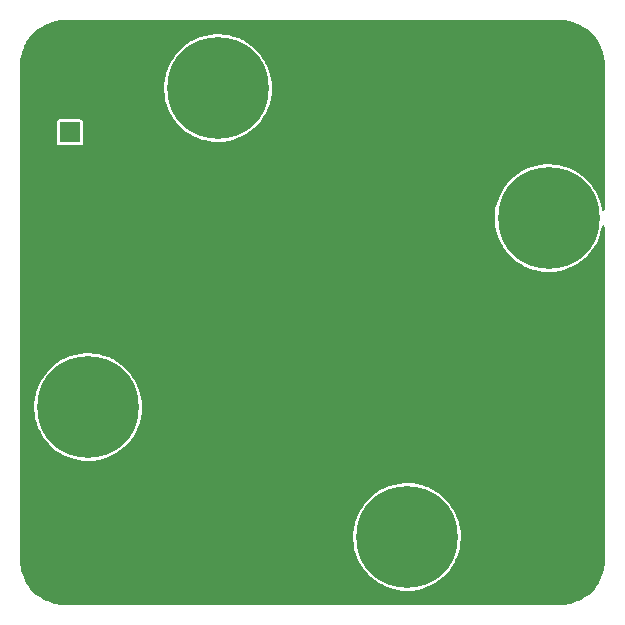
<source format=gbr>
%TF.GenerationSoftware,KiCad,Pcbnew,(6.0.0-rc1-29-g9238b27f63)*%
%TF.CreationDate,2021-12-03T12:51:39+01:00*%
%TF.ProjectId,robolympics_power,726f626f-6c79-46d7-9069-63735f706f77,rev?*%
%TF.SameCoordinates,Original*%
%TF.FileFunction,Copper,L1,Top*%
%TF.FilePolarity,Positive*%
%FSLAX46Y46*%
G04 Gerber Fmt 4.6, Leading zero omitted, Abs format (unit mm)*
G04 Created by KiCad (PCBNEW (6.0.0-rc1-29-g9238b27f63)) date 2021-12-03 12:51:39*
%MOMM*%
%LPD*%
G01*
G04 APERTURE LIST*
%TA.AperFunction,ComponentPad*%
%ADD10R,1.700000X1.700000*%
%TD*%
%TA.AperFunction,ComponentPad*%
%ADD11O,1.700000X1.700000*%
%TD*%
%TA.AperFunction,ComponentPad*%
%ADD12C,5.600000*%
%TD*%
%TA.AperFunction,ComponentPad*%
%ADD13C,0.900000*%
%TD*%
%TA.AperFunction,ComponentPad*%
%ADD14C,8.600000*%
%TD*%
G04 APERTURE END LIST*
D10*
%TO.P,J1,1,Pin_1*%
%TO.N,Net-(J1-Pad1)*%
X154475000Y-84750000D03*
D11*
%TO.P,J1,2,Pin_2*%
%TO.N,GND*%
X157015000Y-84750000D03*
%TD*%
D12*
%TO.P,H10,1,1*%
%TO.N,GND*%
X154000000Y-79000000D03*
%TD*%
D13*
%TO.P,H3,1,1*%
%TO.N,GND*%
X180719581Y-83280419D03*
X183000000Y-84225000D03*
X179775000Y-81000000D03*
X180719581Y-78719581D03*
D14*
X183000000Y-81000000D03*
D13*
X185280419Y-78719581D03*
X183000000Y-77775000D03*
X186225000Y-81000000D03*
X185280419Y-83280419D03*
%TD*%
%TO.P,H4,1,1*%
%TO.N,V_PWR*%
X164719581Y-83280419D03*
X170225000Y-81000000D03*
X163775000Y-81000000D03*
X169280419Y-83280419D03*
X164719581Y-78719581D03*
X167000000Y-77775000D03*
X169280419Y-78719581D03*
D14*
X167000000Y-81000000D03*
D13*
X167000000Y-84225000D03*
%TD*%
D12*
%TO.P,H12,1,1*%
%TO.N,GND*%
X196000000Y-79000000D03*
%TD*%
D13*
%TO.P,H8,1,1*%
%TO.N,V_PWR*%
X179775000Y-119000000D03*
X183000000Y-122225000D03*
X185280419Y-121280419D03*
X183000000Y-115775000D03*
X186225000Y-119000000D03*
X180719581Y-121280419D03*
D14*
X183000000Y-119000000D03*
D13*
X180719581Y-116719581D03*
X185280419Y-116719581D03*
%TD*%
%TO.P,H5,1,1*%
%TO.N,GND*%
X197280419Y-110280419D03*
X198225000Y-108000000D03*
X195000000Y-104775000D03*
X197280419Y-105719581D03*
X191775000Y-108000000D03*
D14*
X195000000Y-108000000D03*
D13*
X192719581Y-105719581D03*
X195000000Y-111225000D03*
X192719581Y-110280419D03*
%TD*%
D12*
%TO.P,H11,1,1*%
%TO.N,GND*%
X154000000Y-121000000D03*
%TD*%
D13*
%TO.P,H6,1,1*%
%TO.N,V_BAT*%
X159225000Y-108000000D03*
X156000000Y-111225000D03*
X152775000Y-108000000D03*
X158280419Y-110280419D03*
X153719581Y-110280419D03*
X158280419Y-105719581D03*
D14*
X156000000Y-108000000D03*
D13*
X153719581Y-105719581D03*
X156000000Y-104775000D03*
%TD*%
D12*
%TO.P,H9,1,1*%
%TO.N,GND*%
X196000000Y-121000000D03*
%TD*%
D13*
%TO.P,H2,1,1*%
%TO.N,V_PWR*%
X198225000Y-92000000D03*
X192719581Y-94280419D03*
X192719581Y-89719581D03*
X197280419Y-89719581D03*
X195000000Y-88775000D03*
X197280419Y-94280419D03*
X195000000Y-95225000D03*
D14*
X195000000Y-92000000D03*
D13*
X191775000Y-92000000D03*
%TD*%
%TO.P,H1,1,1*%
%TO.N,GND*%
X158280419Y-94280419D03*
X158280419Y-89719581D03*
X152775000Y-92000000D03*
X156000000Y-95225000D03*
D14*
X156000000Y-92000000D03*
D13*
X153719581Y-89719581D03*
X156000000Y-88775000D03*
X153719581Y-94280419D03*
X159225000Y-92000000D03*
%TD*%
%TO.P,H7,1,1*%
%TO.N,GND*%
X169280419Y-116719581D03*
X163775000Y-119000000D03*
X170225000Y-119000000D03*
X169280419Y-121280419D03*
X167000000Y-115775000D03*
X167000000Y-122225000D03*
D14*
X167000000Y-119000000D03*
D13*
X164719581Y-121280419D03*
X164719581Y-116719581D03*
%TD*%
%TA.AperFunction,Conductor*%
%TO.N,GND*%
G36*
X195987153Y-75256421D02*
G01*
X196000000Y-75258976D01*
X196012170Y-75256556D01*
X196024581Y-75256556D01*
X196024581Y-75256560D01*
X196035584Y-75255749D01*
X196246485Y-75266109D01*
X196360994Y-75271735D01*
X196373290Y-75272945D01*
X196724684Y-75325070D01*
X196736805Y-75327480D01*
X196839577Y-75353223D01*
X197081400Y-75413798D01*
X197093232Y-75417387D01*
X197427704Y-75537062D01*
X197439128Y-75541794D01*
X197760258Y-75693677D01*
X197771163Y-75699506D01*
X198075860Y-75882135D01*
X198086141Y-75889005D01*
X198371465Y-76100616D01*
X198381023Y-76108460D01*
X198644235Y-76347021D01*
X198652979Y-76355765D01*
X198891540Y-76618977D01*
X198899384Y-76628535D01*
X199110995Y-76913859D01*
X199117865Y-76924140D01*
X199139900Y-76960903D01*
X199262899Y-77166113D01*
X199300494Y-77228837D01*
X199306323Y-77239742D01*
X199458206Y-77560872D01*
X199462938Y-77572296D01*
X199582613Y-77906768D01*
X199586202Y-77918600D01*
X199630076Y-78093751D01*
X199661073Y-78217495D01*
X199672519Y-78263191D01*
X199674930Y-78275316D01*
X199724142Y-78607071D01*
X199727054Y-78626705D01*
X199728266Y-78639011D01*
X199744251Y-78964416D01*
X199743440Y-78975419D01*
X199743444Y-78975419D01*
X199743444Y-78987830D01*
X199741024Y-79000000D01*
X199743579Y-79012844D01*
X199746000Y-79037425D01*
X199746000Y-91237996D01*
X199725998Y-91306117D01*
X199672342Y-91352610D01*
X199602068Y-91362714D01*
X199537488Y-91333220D01*
X199499104Y-91273494D01*
X199495166Y-91255096D01*
X199484848Y-91179774D01*
X199484461Y-91176947D01*
X199427613Y-90930707D01*
X199392054Y-90776685D01*
X199392053Y-90776683D01*
X199391410Y-90773896D01*
X199262211Y-90380938D01*
X199261080Y-90378323D01*
X199261076Y-90378314D01*
X199159236Y-90142977D01*
X199097930Y-90001306D01*
X198899918Y-89638126D01*
X198758276Y-89426543D01*
X198671397Y-89296764D01*
X198671389Y-89296753D01*
X198669805Y-89294387D01*
X198409484Y-88972918D01*
X198121100Y-88676366D01*
X198118942Y-88674516D01*
X198118932Y-88674507D01*
X197809199Y-88409034D01*
X197809194Y-88409030D01*
X197807025Y-88407171D01*
X197804694Y-88405514D01*
X197804687Y-88405509D01*
X197472181Y-88169210D01*
X197472179Y-88169209D01*
X197469845Y-88167550D01*
X197241001Y-88034359D01*
X197114792Y-87960903D01*
X197114785Y-87960899D01*
X197112336Y-87959474D01*
X197033296Y-87922617D01*
X196740035Y-87785867D01*
X196740025Y-87785863D01*
X196737439Y-87784657D01*
X196734742Y-87783686D01*
X196350931Y-87645505D01*
X196350922Y-87645502D01*
X196348241Y-87644537D01*
X196083215Y-87575503D01*
X195950714Y-87540989D01*
X195950708Y-87540988D01*
X195947945Y-87540268D01*
X195539847Y-87472708D01*
X195537004Y-87472499D01*
X195537002Y-87472499D01*
X195130151Y-87442622D01*
X195127305Y-87442413D01*
X194955690Y-87445408D01*
X194716566Y-87449582D01*
X194716561Y-87449582D01*
X194713715Y-87449632D01*
X194710882Y-87449940D01*
X194710878Y-87449940D01*
X194377391Y-87486168D01*
X194302482Y-87494306D01*
X193896990Y-87576068D01*
X193500577Y-87694243D01*
X193116506Y-87847861D01*
X193113959Y-87849159D01*
X192750482Y-88034359D01*
X192750477Y-88034362D01*
X192747939Y-88035655D01*
X192397909Y-88256081D01*
X192069297Y-88507324D01*
X191764808Y-88787315D01*
X191486949Y-89093751D01*
X191238006Y-89424109D01*
X191236497Y-89426543D01*
X191106786Y-89635747D01*
X191020030Y-89775670D01*
X190834813Y-90145539D01*
X190683880Y-90530673D01*
X190683088Y-90533400D01*
X190683084Y-90533411D01*
X190614010Y-90771167D01*
X190568475Y-90927901D01*
X190489546Y-91333954D01*
X190447744Y-91745489D01*
X190443412Y-92159120D01*
X190476587Y-92571440D01*
X190546995Y-92979057D01*
X190547737Y-92981825D01*
X190637018Y-93315027D01*
X190654056Y-93378615D01*
X190796889Y-93766825D01*
X190798111Y-93769398D01*
X190798112Y-93769401D01*
X190973091Y-94137904D01*
X190974320Y-94140492D01*
X191092755Y-94340756D01*
X191151771Y-94440546D01*
X191184886Y-94496541D01*
X191186548Y-94498845D01*
X191186549Y-94498847D01*
X191390676Y-94781875D01*
X191426855Y-94832039D01*
X191698236Y-95144227D01*
X191996794Y-95430534D01*
X192320072Y-95688604D01*
X192665410Y-95916312D01*
X193029963Y-96111784D01*
X193032602Y-96112904D01*
X193357477Y-96250805D01*
X193410733Y-96273411D01*
X193413471Y-96274290D01*
X193801858Y-96398987D01*
X193801862Y-96398988D01*
X193804584Y-96399862D01*
X193807374Y-96400486D01*
X193807379Y-96400487D01*
X193943351Y-96430880D01*
X194208275Y-96490098D01*
X194618482Y-96543375D01*
X195031830Y-96559254D01*
X195034692Y-96559104D01*
X195034693Y-96559104D01*
X195442060Y-96537755D01*
X195442067Y-96537754D01*
X195444916Y-96537605D01*
X195447739Y-96537198D01*
X195447741Y-96537198D01*
X195851518Y-96479013D01*
X195851525Y-96479012D01*
X195854340Y-96478606D01*
X196256731Y-96382743D01*
X196259429Y-96381835D01*
X196259436Y-96381833D01*
X196646066Y-96251718D01*
X196646072Y-96251716D01*
X196648778Y-96250805D01*
X197027254Y-96083877D01*
X197389043Y-95883334D01*
X197391415Y-95881722D01*
X197728800Y-95652436D01*
X197728806Y-95652432D01*
X197731167Y-95650827D01*
X198050811Y-95388269D01*
X198345342Y-95097821D01*
X198612338Y-94781875D01*
X198849599Y-94443030D01*
X199055174Y-94084076D01*
X199227370Y-93707968D01*
X199364769Y-93317801D01*
X199466241Y-92916788D01*
X199495551Y-92731733D01*
X199525964Y-92667580D01*
X199586232Y-92630053D01*
X199657221Y-92631067D01*
X199716393Y-92670300D01*
X199744961Y-92735295D01*
X199746000Y-92751444D01*
X199746000Y-120962575D01*
X199743579Y-120987153D01*
X199741024Y-121000000D01*
X199743444Y-121012170D01*
X199743444Y-121024581D01*
X199743440Y-121024581D01*
X199744251Y-121035584D01*
X199728266Y-121360989D01*
X199727055Y-121373290D01*
X199709135Y-121494095D01*
X199674931Y-121724681D01*
X199672520Y-121736805D01*
X199660682Y-121784064D01*
X199586202Y-122081400D01*
X199582613Y-122093232D01*
X199462938Y-122427704D01*
X199458206Y-122439128D01*
X199341057Y-122686820D01*
X199306323Y-122760258D01*
X199300496Y-122771158D01*
X199224353Y-122898196D01*
X199117865Y-123075860D01*
X199110995Y-123086141D01*
X198899384Y-123371465D01*
X198891540Y-123381023D01*
X198652979Y-123644235D01*
X198644235Y-123652979D01*
X198381023Y-123891540D01*
X198371465Y-123899384D01*
X198086141Y-124110995D01*
X198075860Y-124117865D01*
X197771163Y-124300494D01*
X197760258Y-124306323D01*
X197439128Y-124458206D01*
X197427704Y-124462938D01*
X197093232Y-124582613D01*
X197081400Y-124586202D01*
X196839577Y-124646777D01*
X196736805Y-124672520D01*
X196724684Y-124674930D01*
X196373290Y-124727055D01*
X196360994Y-124728265D01*
X196246485Y-124733891D01*
X196035584Y-124744251D01*
X196024581Y-124743440D01*
X196024581Y-124743444D01*
X196012170Y-124743444D01*
X196000000Y-124741024D01*
X195987153Y-124743579D01*
X195962575Y-124746000D01*
X154037425Y-124746000D01*
X154012847Y-124743579D01*
X154000000Y-124741024D01*
X153987830Y-124743444D01*
X153975419Y-124743444D01*
X153975419Y-124743440D01*
X153964416Y-124744251D01*
X153753515Y-124733891D01*
X153639006Y-124728265D01*
X153626710Y-124727055D01*
X153275316Y-124674930D01*
X153263195Y-124672520D01*
X153160423Y-124646777D01*
X152918600Y-124586202D01*
X152906768Y-124582613D01*
X152572296Y-124462938D01*
X152560872Y-124458206D01*
X152239742Y-124306323D01*
X152228837Y-124300494D01*
X151924140Y-124117865D01*
X151913859Y-124110995D01*
X151628535Y-123899384D01*
X151618977Y-123891540D01*
X151355765Y-123652979D01*
X151347021Y-123644235D01*
X151108460Y-123381023D01*
X151100616Y-123371465D01*
X150889005Y-123086141D01*
X150882135Y-123075860D01*
X150775647Y-122898196D01*
X150699504Y-122771158D01*
X150693677Y-122760258D01*
X150658944Y-122686820D01*
X150541794Y-122439128D01*
X150537062Y-122427704D01*
X150417387Y-122093232D01*
X150413798Y-122081400D01*
X150339318Y-121784064D01*
X150327480Y-121736805D01*
X150325069Y-121724681D01*
X150290865Y-121494095D01*
X150272945Y-121373290D01*
X150271734Y-121360989D01*
X150255749Y-121035584D01*
X150256560Y-121024581D01*
X150256556Y-121024581D01*
X150256556Y-121012170D01*
X150258976Y-121000000D01*
X150256421Y-120987153D01*
X150254000Y-120962575D01*
X150254000Y-119159120D01*
X178443412Y-119159120D01*
X178476587Y-119571440D01*
X178546995Y-119979057D01*
X178547737Y-119981825D01*
X178637018Y-120315027D01*
X178654056Y-120378615D01*
X178796889Y-120766825D01*
X178798111Y-120769398D01*
X178798112Y-120769401D01*
X178973091Y-121137904D01*
X178974320Y-121140492D01*
X179092755Y-121340756D01*
X179151771Y-121440546D01*
X179184886Y-121496541D01*
X179186548Y-121498845D01*
X179186549Y-121498847D01*
X179390676Y-121781875D01*
X179426855Y-121832039D01*
X179698236Y-122144227D01*
X179996794Y-122430534D01*
X180320072Y-122688604D01*
X180665410Y-122916312D01*
X181029963Y-123111784D01*
X181032602Y-123112904D01*
X181357477Y-123250805D01*
X181410733Y-123273411D01*
X181413471Y-123274290D01*
X181801858Y-123398987D01*
X181801862Y-123398988D01*
X181804584Y-123399862D01*
X181807374Y-123400486D01*
X181807379Y-123400487D01*
X181943351Y-123430880D01*
X182208275Y-123490098D01*
X182618482Y-123543375D01*
X183031830Y-123559254D01*
X183034692Y-123559104D01*
X183034693Y-123559104D01*
X183442060Y-123537755D01*
X183442067Y-123537754D01*
X183444916Y-123537605D01*
X183447739Y-123537198D01*
X183447741Y-123537198D01*
X183851518Y-123479013D01*
X183851525Y-123479012D01*
X183854340Y-123478606D01*
X184256731Y-123382743D01*
X184259429Y-123381835D01*
X184259436Y-123381833D01*
X184646066Y-123251718D01*
X184646072Y-123251716D01*
X184648778Y-123250805D01*
X185027254Y-123083877D01*
X185389043Y-122883334D01*
X185570144Y-122760258D01*
X185728800Y-122652436D01*
X185728806Y-122652432D01*
X185731167Y-122650827D01*
X186050811Y-122388269D01*
X186345342Y-122097821D01*
X186612338Y-121781875D01*
X186849599Y-121443030D01*
X186893044Y-121367172D01*
X187053752Y-121086559D01*
X187055174Y-121084076D01*
X187099239Y-120987831D01*
X187226181Y-120710565D01*
X187227370Y-120707968D01*
X187364769Y-120317801D01*
X187466241Y-119916788D01*
X187530951Y-119508228D01*
X187553949Y-119161968D01*
X187558249Y-119097235D01*
X187558249Y-119097224D01*
X187558365Y-119095484D01*
X187559365Y-119000000D01*
X187540600Y-118586773D01*
X187484461Y-118176947D01*
X187427613Y-117930707D01*
X187392054Y-117776685D01*
X187392053Y-117776683D01*
X187391410Y-117773896D01*
X187262211Y-117380938D01*
X187261080Y-117378323D01*
X187261076Y-117378314D01*
X187159236Y-117142977D01*
X187097930Y-117001306D01*
X186899918Y-116638126D01*
X186758276Y-116426543D01*
X186671397Y-116296764D01*
X186671389Y-116296753D01*
X186669805Y-116294387D01*
X186409484Y-115972918D01*
X186121100Y-115676366D01*
X186118942Y-115674516D01*
X186118932Y-115674507D01*
X185809199Y-115409034D01*
X185809194Y-115409030D01*
X185807025Y-115407171D01*
X185804694Y-115405514D01*
X185804687Y-115405509D01*
X185472181Y-115169210D01*
X185472179Y-115169209D01*
X185469845Y-115167550D01*
X185241001Y-115034359D01*
X185114792Y-114960903D01*
X185114785Y-114960899D01*
X185112336Y-114959474D01*
X185033296Y-114922617D01*
X184740035Y-114785867D01*
X184740025Y-114785863D01*
X184737439Y-114784657D01*
X184734742Y-114783686D01*
X184350931Y-114645505D01*
X184350922Y-114645502D01*
X184348241Y-114644537D01*
X184083215Y-114575503D01*
X183950714Y-114540989D01*
X183950708Y-114540988D01*
X183947945Y-114540268D01*
X183539847Y-114472708D01*
X183537004Y-114472499D01*
X183537002Y-114472499D01*
X183130151Y-114442622D01*
X183127305Y-114442413D01*
X182955690Y-114445408D01*
X182716566Y-114449582D01*
X182716561Y-114449582D01*
X182713715Y-114449632D01*
X182710882Y-114449940D01*
X182710878Y-114449940D01*
X182377391Y-114486168D01*
X182302482Y-114494306D01*
X181896990Y-114576068D01*
X181500577Y-114694243D01*
X181116506Y-114847861D01*
X181113959Y-114849159D01*
X180750482Y-115034359D01*
X180750477Y-115034362D01*
X180747939Y-115035655D01*
X180397909Y-115256081D01*
X180069297Y-115507324D01*
X179764808Y-115787315D01*
X179486949Y-116093751D01*
X179238006Y-116424109D01*
X179236497Y-116426543D01*
X179106786Y-116635747D01*
X179020030Y-116775670D01*
X178834813Y-117145539D01*
X178683880Y-117530673D01*
X178683088Y-117533400D01*
X178683084Y-117533411D01*
X178614010Y-117771167D01*
X178568475Y-117927901D01*
X178489546Y-118333954D01*
X178447744Y-118745489D01*
X178443412Y-119159120D01*
X150254000Y-119159120D01*
X150254000Y-108159120D01*
X151443412Y-108159120D01*
X151476587Y-108571440D01*
X151546995Y-108979057D01*
X151547737Y-108981825D01*
X151637018Y-109315027D01*
X151654056Y-109378615D01*
X151796889Y-109766825D01*
X151798111Y-109769398D01*
X151798112Y-109769401D01*
X151973091Y-110137904D01*
X151974320Y-110140492D01*
X152092755Y-110340756D01*
X152151771Y-110440546D01*
X152184886Y-110496541D01*
X152186548Y-110498845D01*
X152186549Y-110498847D01*
X152390676Y-110781875D01*
X152426855Y-110832039D01*
X152698236Y-111144227D01*
X152996794Y-111430534D01*
X153320072Y-111688604D01*
X153665410Y-111916312D01*
X154029963Y-112111784D01*
X154032602Y-112112904D01*
X154357477Y-112250805D01*
X154410733Y-112273411D01*
X154413471Y-112274290D01*
X154801858Y-112398987D01*
X154801862Y-112398988D01*
X154804584Y-112399862D01*
X154807374Y-112400486D01*
X154807379Y-112400487D01*
X154943351Y-112430880D01*
X155208275Y-112490098D01*
X155618482Y-112543375D01*
X156031830Y-112559254D01*
X156034692Y-112559104D01*
X156034693Y-112559104D01*
X156442060Y-112537755D01*
X156442067Y-112537754D01*
X156444916Y-112537605D01*
X156447739Y-112537198D01*
X156447741Y-112537198D01*
X156851518Y-112479013D01*
X156851525Y-112479012D01*
X156854340Y-112478606D01*
X157256731Y-112382743D01*
X157259429Y-112381835D01*
X157259436Y-112381833D01*
X157646066Y-112251718D01*
X157646072Y-112251716D01*
X157648778Y-112250805D01*
X158027254Y-112083877D01*
X158389043Y-111883334D01*
X158391415Y-111881722D01*
X158728800Y-111652436D01*
X158728806Y-111652432D01*
X158731167Y-111650827D01*
X159050811Y-111388269D01*
X159345342Y-111097821D01*
X159612338Y-110781875D01*
X159849599Y-110443030D01*
X160055174Y-110084076D01*
X160227370Y-109707968D01*
X160364769Y-109317801D01*
X160466241Y-108916788D01*
X160530951Y-108508228D01*
X160553949Y-108161968D01*
X160558249Y-108097235D01*
X160558249Y-108097224D01*
X160558365Y-108095484D01*
X160559365Y-108000000D01*
X160540600Y-107586773D01*
X160484461Y-107176947D01*
X160427613Y-106930707D01*
X160392054Y-106776685D01*
X160392053Y-106776683D01*
X160391410Y-106773896D01*
X160262211Y-106380938D01*
X160261080Y-106378323D01*
X160261076Y-106378314D01*
X160159236Y-106142977D01*
X160097930Y-106001306D01*
X159899918Y-105638126D01*
X159758276Y-105426543D01*
X159671397Y-105296764D01*
X159671389Y-105296753D01*
X159669805Y-105294387D01*
X159409484Y-104972918D01*
X159121100Y-104676366D01*
X159118942Y-104674516D01*
X159118932Y-104674507D01*
X158809199Y-104409034D01*
X158809194Y-104409030D01*
X158807025Y-104407171D01*
X158804694Y-104405514D01*
X158804687Y-104405509D01*
X158472181Y-104169210D01*
X158472179Y-104169209D01*
X158469845Y-104167550D01*
X158241001Y-104034359D01*
X158114792Y-103960903D01*
X158114785Y-103960899D01*
X158112336Y-103959474D01*
X158033296Y-103922617D01*
X157740035Y-103785867D01*
X157740025Y-103785863D01*
X157737439Y-103784657D01*
X157734742Y-103783686D01*
X157350931Y-103645505D01*
X157350922Y-103645502D01*
X157348241Y-103644537D01*
X157083215Y-103575503D01*
X156950714Y-103540989D01*
X156950708Y-103540988D01*
X156947945Y-103540268D01*
X156539847Y-103472708D01*
X156537004Y-103472499D01*
X156537002Y-103472499D01*
X156130151Y-103442622D01*
X156127305Y-103442413D01*
X155955690Y-103445408D01*
X155716566Y-103449582D01*
X155716561Y-103449582D01*
X155713715Y-103449632D01*
X155710882Y-103449940D01*
X155710878Y-103449940D01*
X155377391Y-103486168D01*
X155302482Y-103494306D01*
X154896990Y-103576068D01*
X154500577Y-103694243D01*
X154116506Y-103847861D01*
X154113959Y-103849159D01*
X153750482Y-104034359D01*
X153750477Y-104034362D01*
X153747939Y-104035655D01*
X153397909Y-104256081D01*
X153069297Y-104507324D01*
X152764808Y-104787315D01*
X152486949Y-105093751D01*
X152238006Y-105424109D01*
X152236497Y-105426543D01*
X152106786Y-105635747D01*
X152020030Y-105775670D01*
X151834813Y-106145539D01*
X151683880Y-106530673D01*
X151683088Y-106533400D01*
X151683084Y-106533411D01*
X151614010Y-106771167D01*
X151568475Y-106927901D01*
X151489546Y-107333954D01*
X151447744Y-107745489D01*
X151443412Y-108159120D01*
X150254000Y-108159120D01*
X150254000Y-83874933D01*
X153370500Y-83874933D01*
X153370501Y-85625066D01*
X153385266Y-85699301D01*
X153441516Y-85783484D01*
X153525699Y-85839734D01*
X153599933Y-85854500D01*
X154474858Y-85854500D01*
X155350066Y-85854499D01*
X155385818Y-85847388D01*
X155412126Y-85842156D01*
X155412128Y-85842155D01*
X155424301Y-85839734D01*
X155434621Y-85832839D01*
X155434622Y-85832838D01*
X155498168Y-85790377D01*
X155508484Y-85783484D01*
X155564734Y-85699301D01*
X155579500Y-85625067D01*
X155579499Y-83874934D01*
X155571397Y-83834199D01*
X155567156Y-83812874D01*
X155567155Y-83812872D01*
X155564734Y-83800699D01*
X155550585Y-83779523D01*
X155515377Y-83726832D01*
X155508484Y-83716516D01*
X155424301Y-83660266D01*
X155350067Y-83645500D01*
X154475142Y-83645500D01*
X153599934Y-83645501D01*
X153564182Y-83652612D01*
X153537874Y-83657844D01*
X153537872Y-83657845D01*
X153525699Y-83660266D01*
X153515379Y-83667161D01*
X153515378Y-83667162D01*
X153454985Y-83707516D01*
X153441516Y-83716516D01*
X153385266Y-83800699D01*
X153370500Y-83874933D01*
X150254000Y-83874933D01*
X150254000Y-81159120D01*
X162443412Y-81159120D01*
X162476587Y-81571440D01*
X162546995Y-81979057D01*
X162547737Y-81981825D01*
X162637018Y-82315027D01*
X162654056Y-82378615D01*
X162796889Y-82766825D01*
X162798111Y-82769398D01*
X162798112Y-82769401D01*
X162973091Y-83137904D01*
X162974320Y-83140492D01*
X163092755Y-83340756D01*
X163151771Y-83440546D01*
X163184886Y-83496541D01*
X163186548Y-83498845D01*
X163186549Y-83498847D01*
X163413033Y-83812874D01*
X163426855Y-83832039D01*
X163698236Y-84144227D01*
X163996794Y-84430534D01*
X164320072Y-84688604D01*
X164665410Y-84916312D01*
X165029963Y-85111784D01*
X165032602Y-85112904D01*
X165357477Y-85250805D01*
X165410733Y-85273411D01*
X165413471Y-85274290D01*
X165801858Y-85398987D01*
X165801862Y-85398988D01*
X165804584Y-85399862D01*
X165807374Y-85400486D01*
X165807379Y-85400487D01*
X165943351Y-85430880D01*
X166208275Y-85490098D01*
X166618482Y-85543375D01*
X167031830Y-85559254D01*
X167034692Y-85559104D01*
X167034693Y-85559104D01*
X167442060Y-85537755D01*
X167442067Y-85537754D01*
X167444916Y-85537605D01*
X167447739Y-85537198D01*
X167447741Y-85537198D01*
X167851518Y-85479013D01*
X167851525Y-85479012D01*
X167854340Y-85478606D01*
X168256731Y-85382743D01*
X168259429Y-85381835D01*
X168259436Y-85381833D01*
X168646066Y-85251718D01*
X168646072Y-85251716D01*
X168648778Y-85250805D01*
X169027254Y-85083877D01*
X169389043Y-84883334D01*
X169391415Y-84881722D01*
X169728800Y-84652436D01*
X169728806Y-84652432D01*
X169731167Y-84650827D01*
X170050811Y-84388269D01*
X170345342Y-84097821D01*
X170612338Y-83781875D01*
X170849599Y-83443030D01*
X171055174Y-83084076D01*
X171227370Y-82707968D01*
X171364769Y-82317801D01*
X171466241Y-81916788D01*
X171530951Y-81508228D01*
X171553949Y-81161968D01*
X171558249Y-81097235D01*
X171558249Y-81097224D01*
X171558365Y-81095484D01*
X171559365Y-81000000D01*
X171540600Y-80586773D01*
X171484461Y-80176947D01*
X171427613Y-79930707D01*
X171392054Y-79776685D01*
X171392053Y-79776683D01*
X171391410Y-79773896D01*
X171262211Y-79380938D01*
X171261080Y-79378323D01*
X171261076Y-79378314D01*
X171113560Y-79037425D01*
X171097930Y-79001306D01*
X170899918Y-78638126D01*
X170758276Y-78426543D01*
X170671397Y-78296764D01*
X170671389Y-78296753D01*
X170669805Y-78294387D01*
X170409484Y-77972918D01*
X170356663Y-77918600D01*
X170123090Y-77678412D01*
X170123086Y-77678408D01*
X170121100Y-77676366D01*
X170118942Y-77674516D01*
X170118932Y-77674507D01*
X169809199Y-77409034D01*
X169809194Y-77409030D01*
X169807025Y-77407171D01*
X169804694Y-77405514D01*
X169804687Y-77405509D01*
X169472181Y-77169210D01*
X169472179Y-77169209D01*
X169469845Y-77167550D01*
X169467376Y-77166113D01*
X169114792Y-76960903D01*
X169114785Y-76960899D01*
X169112336Y-76959474D01*
X169014514Y-76913859D01*
X168740035Y-76785867D01*
X168740025Y-76785863D01*
X168737439Y-76784657D01*
X168663855Y-76758165D01*
X168350931Y-76645505D01*
X168350922Y-76645502D01*
X168348241Y-76644537D01*
X168083215Y-76575503D01*
X167950714Y-76540989D01*
X167950708Y-76540988D01*
X167947945Y-76540268D01*
X167539847Y-76472708D01*
X167537004Y-76472499D01*
X167537002Y-76472499D01*
X167130151Y-76442622D01*
X167127305Y-76442413D01*
X166955690Y-76445408D01*
X166716566Y-76449582D01*
X166716561Y-76449582D01*
X166713715Y-76449632D01*
X166710882Y-76449940D01*
X166710878Y-76449940D01*
X166377391Y-76486168D01*
X166302482Y-76494306D01*
X165896990Y-76576068D01*
X165500577Y-76694243D01*
X165116506Y-76847861D01*
X164966800Y-76924140D01*
X164750482Y-77034359D01*
X164750477Y-77034362D01*
X164747939Y-77035655D01*
X164397909Y-77256081D01*
X164069297Y-77507324D01*
X163764808Y-77787315D01*
X163486949Y-78093751D01*
X163485225Y-78096038D01*
X163485224Y-78096040D01*
X163354745Y-78269192D01*
X163238006Y-78424109D01*
X163236497Y-78426543D01*
X163106786Y-78635747D01*
X163020030Y-78775670D01*
X162834813Y-79145539D01*
X162683880Y-79530673D01*
X162683088Y-79533400D01*
X162683084Y-79533411D01*
X162614010Y-79771167D01*
X162568475Y-79927901D01*
X162489546Y-80333954D01*
X162447744Y-80745489D01*
X162443412Y-81159120D01*
X150254000Y-81159120D01*
X150254000Y-79037425D01*
X150256421Y-79012844D01*
X150258976Y-79000000D01*
X150256556Y-78987830D01*
X150256556Y-78975419D01*
X150256560Y-78975419D01*
X150255749Y-78964416D01*
X150271734Y-78639011D01*
X150272946Y-78626705D01*
X150275859Y-78607071D01*
X150325070Y-78275316D01*
X150327481Y-78263191D01*
X150338928Y-78217495D01*
X150369924Y-78093751D01*
X150413798Y-77918600D01*
X150417387Y-77906768D01*
X150537062Y-77572296D01*
X150541794Y-77560872D01*
X150693677Y-77239742D01*
X150699506Y-77228837D01*
X150737102Y-77166113D01*
X150860100Y-76960903D01*
X150882135Y-76924140D01*
X150889005Y-76913859D01*
X151100616Y-76628535D01*
X151108460Y-76618977D01*
X151347021Y-76355765D01*
X151355765Y-76347021D01*
X151618977Y-76108460D01*
X151628535Y-76100616D01*
X151913859Y-75889005D01*
X151924140Y-75882135D01*
X152228837Y-75699506D01*
X152239742Y-75693677D01*
X152560872Y-75541794D01*
X152572296Y-75537062D01*
X152906768Y-75417387D01*
X152918600Y-75413798D01*
X153160423Y-75353223D01*
X153263195Y-75327480D01*
X153275316Y-75325070D01*
X153626710Y-75272945D01*
X153639006Y-75271735D01*
X153753515Y-75266109D01*
X153964416Y-75255749D01*
X153975419Y-75256560D01*
X153975419Y-75256556D01*
X153987830Y-75256556D01*
X154000000Y-75258976D01*
X154012847Y-75256421D01*
X154037425Y-75254000D01*
X195962575Y-75254000D01*
X195987153Y-75256421D01*
G37*
%TD.AperFunction*%
%TD*%
M02*

</source>
